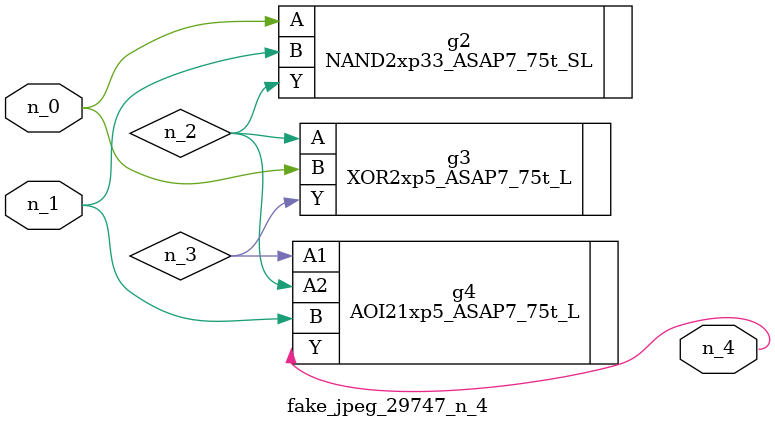
<source format=v>
module fake_jpeg_29747_n_4 (n_0, n_1, n_4);

input n_0;
input n_1;

output n_4;

wire n_2;
wire n_3;

NAND2xp33_ASAP7_75t_SL g2 ( 
.A(n_0),
.B(n_1),
.Y(n_2)
);

XOR2xp5_ASAP7_75t_L g3 ( 
.A(n_2),
.B(n_0),
.Y(n_3)
);

AOI21xp5_ASAP7_75t_L g4 ( 
.A1(n_3),
.A2(n_2),
.B(n_1),
.Y(n_4)
);


endmodule
</source>
